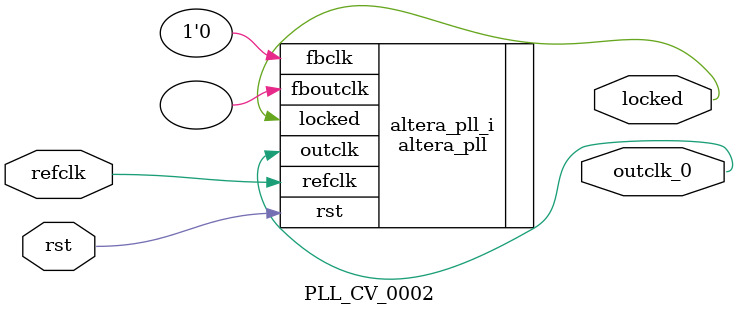
<source format=v>
`timescale 1ns/10ps
module  PLL_CV_0002(

	// interface 'refclk'
	input wire refclk,

	// interface 'reset'
	input wire rst,

	// interface 'outclk0'
	output wire outclk_0,

	// interface 'locked'
	output wire locked
);

	altera_pll #(
		.fractional_vco_multiplier("false"),
		.reference_clock_frequency("50.0 MHz"),
		.operation_mode("direct"),
		.number_of_clocks(1),
		.output_clock_frequency0("150.000000 MHz"),
		.phase_shift0("0 ps"),
		.duty_cycle0(50),
		.output_clock_frequency1("0 MHz"),
		.phase_shift1("0 ps"),
		.duty_cycle1(50),
		.output_clock_frequency2("0 MHz"),
		.phase_shift2("0 ps"),
		.duty_cycle2(50),
		.output_clock_frequency3("0 MHz"),
		.phase_shift3("0 ps"),
		.duty_cycle3(50),
		.output_clock_frequency4("0 MHz"),
		.phase_shift4("0 ps"),
		.duty_cycle4(50),
		.output_clock_frequency5("0 MHz"),
		.phase_shift5("0 ps"),
		.duty_cycle5(50),
		.output_clock_frequency6("0 MHz"),
		.phase_shift6("0 ps"),
		.duty_cycle6(50),
		.output_clock_frequency7("0 MHz"),
		.phase_shift7("0 ps"),
		.duty_cycle7(50),
		.output_clock_frequency8("0 MHz"),
		.phase_shift8("0 ps"),
		.duty_cycle8(50),
		.output_clock_frequency9("0 MHz"),
		.phase_shift9("0 ps"),
		.duty_cycle9(50),
		.output_clock_frequency10("0 MHz"),
		.phase_shift10("0 ps"),
		.duty_cycle10(50),
		.output_clock_frequency11("0 MHz"),
		.phase_shift11("0 ps"),
		.duty_cycle11(50),
		.output_clock_frequency12("0 MHz"),
		.phase_shift12("0 ps"),
		.duty_cycle12(50),
		.output_clock_frequency13("0 MHz"),
		.phase_shift13("0 ps"),
		.duty_cycle13(50),
		.output_clock_frequency14("0 MHz"),
		.phase_shift14("0 ps"),
		.duty_cycle14(50),
		.output_clock_frequency15("0 MHz"),
		.phase_shift15("0 ps"),
		.duty_cycle15(50),
		.output_clock_frequency16("0 MHz"),
		.phase_shift16("0 ps"),
		.duty_cycle16(50),
		.output_clock_frequency17("0 MHz"),
		.phase_shift17("0 ps"),
		.duty_cycle17(50),
		.pll_type("General"),
		.pll_subtype("General")
	) altera_pll_i (
		.rst	(rst),
		.outclk	({outclk_0}),
		.locked	(locked),
		.fboutclk	( ),
		.fbclk	(1'b0),
		.refclk	(refclk)
	);
endmodule


</source>
